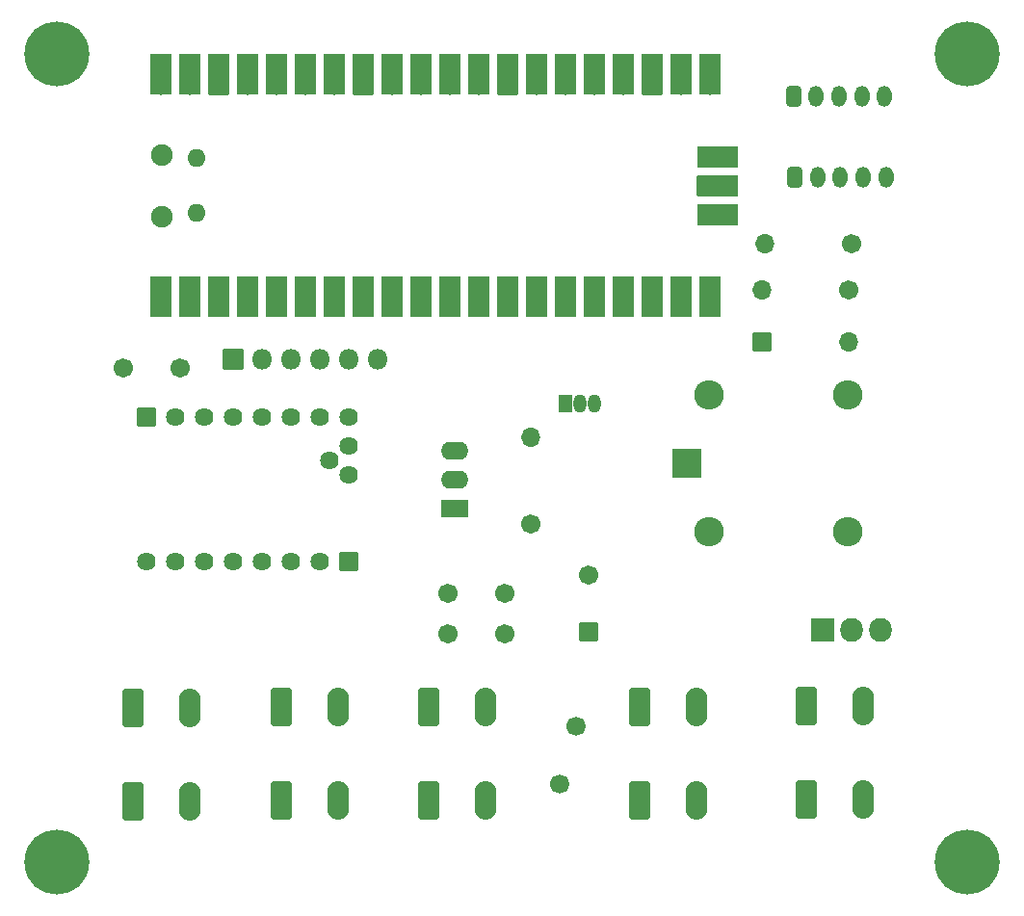
<source format=gbr>
%TF.GenerationSoftware,KiCad,Pcbnew,7.0.1*%
%TF.CreationDate,2023-04-06T19:52:14-04:00*%
%TF.ProjectId,KiwiBoard,4b697769-426f-4617-9264-2e6b69636164,rev?*%
%TF.SameCoordinates,Original*%
%TF.FileFunction,Soldermask,Top*%
%TF.FilePolarity,Negative*%
%FSLAX46Y46*%
G04 Gerber Fmt 4.6, Leading zero omitted, Abs format (unit mm)*
G04 Created by KiCad (PCBNEW 7.0.1) date 2023-04-06 19:52:14*
%MOMM*%
%LPD*%
G01*
G04 APERTURE LIST*
G04 Aperture macros list*
%AMRoundRect*
0 Rectangle with rounded corners*
0 $1 Rounding radius*
0 $2 $3 $4 $5 $6 $7 $8 $9 X,Y pos of 4 corners*
0 Add a 4 corners polygon primitive as box body*
4,1,4,$2,$3,$4,$5,$6,$7,$8,$9,$2,$3,0*
0 Add four circle primitives for the rounded corners*
1,1,$1+$1,$2,$3*
1,1,$1+$1,$4,$5*
1,1,$1+$1,$6,$7*
1,1,$1+$1,$8,$9*
0 Add four rect primitives between the rounded corners*
20,1,$1+$1,$2,$3,$4,$5,0*
20,1,$1+$1,$4,$5,$6,$7,0*
20,1,$1+$1,$6,$7,$8,$9,0*
20,1,$1+$1,$8,$9,$2,$3,0*%
G04 Aperture macros list end*
%ADD10RoundRect,0.300800X-0.650000X-1.400000X0.650000X-1.400000X0.650000X1.400000X-0.650000X1.400000X0*%
%ADD11O,1.901600X3.401600*%
%ADD12C,1.691600*%
%ADD13RoundRect,0.050800X-0.525000X-0.750000X0.525000X-0.750000X0.525000X0.750000X-0.525000X0.750000X0*%
%ADD14O,1.151600X1.601600*%
%ADD15RoundRect,0.300800X-0.350000X-0.625000X0.350000X-0.625000X0.350000X0.625000X-0.350000X0.625000X0*%
%ADD16O,1.301600X1.851600*%
%ADD17RoundRect,0.050800X0.800000X-0.800000X0.800000X0.800000X-0.800000X0.800000X-0.800000X-0.800000X0*%
%ADD18C,1.701600*%
%ADD19RoundRect,0.050800X-0.952500X-1.000000X0.952500X-1.000000X0.952500X1.000000X-0.952500X1.000000X0*%
%ADD20O,2.006600X2.101600*%
%ADD21O,1.701600X1.701600*%
%ADD22RoundRect,0.050800X-0.800000X-0.800000X0.800000X-0.800000X0.800000X0.800000X-0.800000X0.800000X0*%
%ADD23C,5.701600*%
%ADD24RoundRect,0.050800X0.762000X-0.762000X0.762000X0.762000X-0.762000X0.762000X-0.762000X-0.762000X0*%
%ADD25C,1.625600*%
%ADD26O,1.901600X1.901600*%
%ADD27O,1.601600X1.601600*%
%ADD28O,1.801600X1.801600*%
%ADD29RoundRect,0.050800X0.850000X-1.750000X0.850000X1.750000X-0.850000X1.750000X-0.850000X-1.750000X0*%
%ADD30RoundRect,0.050800X0.850000X-0.850000X0.850000X0.850000X-0.850000X0.850000X-0.850000X-0.850000X0*%
%ADD31RoundRect,0.050800X1.750000X0.850000X-1.750000X0.850000X-1.750000X-0.850000X1.750000X-0.850000X0*%
%ADD32RoundRect,0.050800X1.150000X-0.750000X1.150000X0.750000X-1.150000X0.750000X-1.150000X-0.750000X0*%
%ADD33O,2.401600X1.601600*%
%ADD34RoundRect,0.050800X1.250000X-1.250000X1.250000X1.250000X-1.250000X1.250000X-1.250000X-1.250000X0*%
%ADD35O,2.601600X2.601600*%
G04 APERTURE END LIST*
D10*
%TO.C,J4B1*%
X52658000Y-98480000D03*
X52658000Y-106680000D03*
D11*
X57658000Y-98480000D03*
X57658000Y-106680000D03*
%TD*%
D10*
%TO.C,J4A1*%
X65688000Y-98422500D03*
X65688000Y-106622500D03*
D11*
X70688000Y-98422500D03*
X70688000Y-106622500D03*
%TD*%
D10*
%TO.C,J1*%
X78642000Y-98422500D03*
X78642000Y-106622500D03*
D11*
X83642000Y-98422500D03*
X83642000Y-106622500D03*
%TD*%
D12*
%TO.C,F1*%
X90232000Y-105166000D03*
X91632000Y-100066000D03*
%TD*%
D13*
%TO.C,Q1*%
X90678000Y-71734000D03*
D14*
X91948000Y-71734000D03*
X93218000Y-71734000D03*
%TD*%
D15*
%TO.C,J5*%
X110744000Y-44704000D03*
D16*
X112744000Y-44704000D03*
X114744000Y-44704000D03*
X116744000Y-44704000D03*
X118744000Y-44704000D03*
%TD*%
D17*
%TO.C,C4*%
X92710000Y-91810651D03*
D18*
X92710000Y-86810651D03*
%TD*%
%TO.C,C3*%
X51856000Y-68580000D03*
X56856000Y-68580000D03*
%TD*%
%TO.C,C1*%
X85344000Y-91948000D03*
X80344000Y-91948000D03*
%TD*%
D19*
%TO.C,Q2*%
X113284000Y-91623000D03*
D20*
X115824000Y-91623000D03*
X118364000Y-91623000D03*
%TD*%
D18*
%TO.C,C2*%
X85344000Y-88392000D03*
X80344000Y-88392000D03*
%TD*%
%TO.C,R1*%
X87630000Y-82296000D03*
D21*
X87630000Y-74676000D03*
%TD*%
D22*
%TO.C,D1*%
X107950000Y-66294000D03*
D21*
X115570000Y-66294000D03*
%TD*%
D10*
%TO.C,J3*%
X111840000Y-98298000D03*
X111840000Y-106498000D03*
D11*
X116840000Y-98298000D03*
X116840000Y-106498000D03*
%TD*%
D23*
%TO.C,REF\u002A\u002A*%
X46000000Y-41000000D03*
%TD*%
D24*
%TO.C,U4*%
X53848000Y-72898000D03*
D25*
X56388000Y-72898000D03*
X58928000Y-72898000D03*
X61468000Y-72898000D03*
X64008000Y-72898000D03*
X66548000Y-72898000D03*
X69088000Y-72898000D03*
X71628000Y-72898000D03*
D24*
X71628000Y-85598000D03*
D25*
X69088000Y-85598000D03*
X66548000Y-85598000D03*
X64008000Y-85598000D03*
X61468000Y-85598000D03*
X58928000Y-85598000D03*
X56388000Y-85598000D03*
X53848000Y-85598000D03*
X71628000Y-77978000D03*
X71628000Y-75438000D03*
X69977000Y-76708000D03*
%TD*%
D18*
%TO.C,R3*%
X115824000Y-57658000D03*
D21*
X108204000Y-57658000D03*
%TD*%
D26*
%TO.C,U1*%
X55248000Y-55303000D03*
D27*
X58278000Y-55003000D03*
X58278000Y-50153000D03*
D26*
X55248000Y-49853000D03*
D28*
X55118000Y-61468000D03*
D29*
X55118000Y-62368000D03*
D28*
X57658000Y-61468000D03*
D29*
X57658000Y-62368000D03*
D30*
X60198000Y-61468000D03*
D29*
X60198000Y-62368000D03*
D28*
X62738000Y-61468000D03*
D29*
X62738000Y-62368000D03*
D28*
X65278000Y-61468000D03*
D29*
X65278000Y-62368000D03*
D28*
X67818000Y-61468000D03*
D29*
X67818000Y-62368000D03*
D28*
X70358000Y-61468000D03*
D29*
X70358000Y-62368000D03*
D30*
X72898000Y-61468000D03*
D29*
X72898000Y-62368000D03*
D28*
X75438000Y-61468000D03*
D29*
X75438000Y-62368000D03*
D28*
X77978000Y-61468000D03*
D29*
X77978000Y-62368000D03*
D28*
X80518000Y-61468000D03*
D29*
X80518000Y-62368000D03*
D28*
X83058000Y-61468000D03*
D29*
X83058000Y-62368000D03*
D30*
X85598000Y-61468000D03*
D29*
X85598000Y-62368000D03*
D28*
X88138000Y-61468000D03*
D29*
X88138000Y-62368000D03*
D28*
X90678000Y-61468000D03*
D29*
X90678000Y-62368000D03*
D28*
X93218000Y-61468000D03*
D29*
X93218000Y-62368000D03*
D28*
X95758000Y-61468000D03*
D29*
X95758000Y-62368000D03*
D30*
X98298000Y-61468000D03*
D29*
X98298000Y-62368000D03*
D28*
X100838000Y-61468000D03*
D29*
X100838000Y-62368000D03*
D28*
X103378000Y-61468000D03*
D29*
X103378000Y-62368000D03*
D28*
X103378000Y-43688000D03*
D29*
X103378000Y-42788000D03*
D28*
X100838000Y-43688000D03*
D29*
X100838000Y-42788000D03*
D30*
X98298000Y-43688000D03*
D29*
X98298000Y-42788000D03*
D28*
X95758000Y-43688000D03*
D29*
X95758000Y-42788000D03*
D28*
X93218000Y-43688000D03*
D29*
X93218000Y-42788000D03*
D28*
X90678000Y-43688000D03*
D29*
X90678000Y-42788000D03*
D28*
X88138000Y-43688000D03*
D29*
X88138000Y-42788000D03*
D30*
X85598000Y-43688000D03*
D29*
X85598000Y-42788000D03*
D28*
X83058000Y-43688000D03*
D29*
X83058000Y-42788000D03*
D28*
X80518000Y-43688000D03*
D29*
X80518000Y-42788000D03*
D28*
X77978000Y-43688000D03*
D29*
X77978000Y-42788000D03*
D28*
X75438000Y-43688000D03*
D29*
X75438000Y-42788000D03*
D30*
X72898000Y-43688000D03*
D29*
X72898000Y-42788000D03*
D28*
X70358000Y-43688000D03*
D29*
X70358000Y-42788000D03*
D28*
X67818000Y-43688000D03*
D29*
X67818000Y-42788000D03*
D28*
X65278000Y-43688000D03*
D29*
X65278000Y-42788000D03*
D28*
X62738000Y-43688000D03*
D29*
X62738000Y-42788000D03*
D30*
X60198000Y-43688000D03*
D29*
X60198000Y-42788000D03*
D28*
X57658000Y-43688000D03*
D29*
X57658000Y-42788000D03*
D28*
X55118000Y-43688000D03*
D29*
X55118000Y-42788000D03*
D28*
X103148000Y-55118000D03*
D31*
X104048000Y-55118000D03*
D30*
X103148000Y-52578000D03*
D31*
X104048000Y-52578000D03*
D28*
X103148000Y-50038000D03*
D31*
X104048000Y-50038000D03*
%TD*%
D23*
%TO.C,REF\u002A\u002A*%
X126000000Y-41000000D03*
%TD*%
D10*
%TO.C,J2*%
X97184000Y-98422500D03*
X97184000Y-106622500D03*
D11*
X102184000Y-98422500D03*
X102184000Y-106622500D03*
%TD*%
D23*
%TO.C,REF\u002A\u002A*%
X46000000Y-112000000D03*
%TD*%
D30*
%TO.C,J7*%
X61468000Y-67818000D03*
D28*
X64008000Y-67818000D03*
X66548000Y-67818000D03*
X69088000Y-67818000D03*
X71628000Y-67818000D03*
X74168000Y-67818000D03*
%TD*%
D15*
%TO.C,J6*%
X110872000Y-51816000D03*
D16*
X112872000Y-51816000D03*
X114872000Y-51816000D03*
X116872000Y-51816000D03*
X118872000Y-51816000D03*
%TD*%
D32*
%TO.C,U2*%
X81000000Y-80933000D03*
D33*
X81000000Y-78393000D03*
X81000000Y-75853000D03*
%TD*%
D23*
%TO.C,REF\u002A\u002A*%
X126000000Y-112000000D03*
%TD*%
D34*
%TO.C,K1*%
X101354500Y-76962000D03*
D35*
X103354500Y-82962000D03*
X115554500Y-82962000D03*
X115554500Y-70962000D03*
X103354500Y-70962000D03*
%TD*%
D18*
%TO.C,R2*%
X115570000Y-61722000D03*
D21*
X107950000Y-61722000D03*
%TD*%
M02*

</source>
